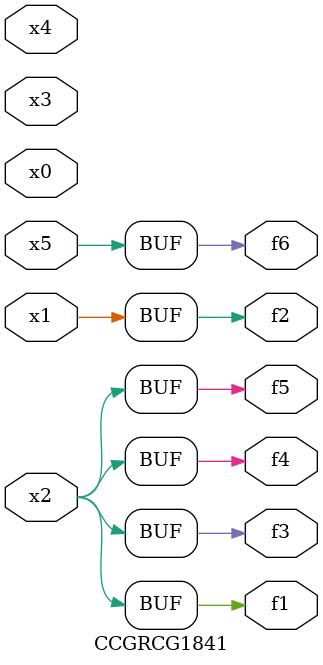
<source format=v>
module CCGRCG1841(
	input x0, x1, x2, x3, x4, x5,
	output f1, f2, f3, f4, f5, f6
);
	assign f1 = x2;
	assign f2 = x1;
	assign f3 = x2;
	assign f4 = x2;
	assign f5 = x2;
	assign f6 = x5;
endmodule

</source>
